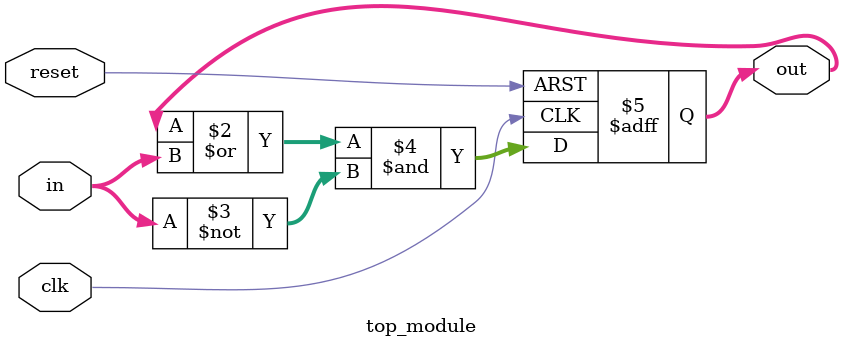
<source format=sv>
module top_module(
    input clk,
    input reset,
    input [31:0] in,
    output reg [31:0] out
);

always @(posedge clk or posedge reset) begin
    if (reset) begin
        out <= 0;
    end else begin
        out <= (out | in) & ~in;
    end
end

endmodule

</source>
